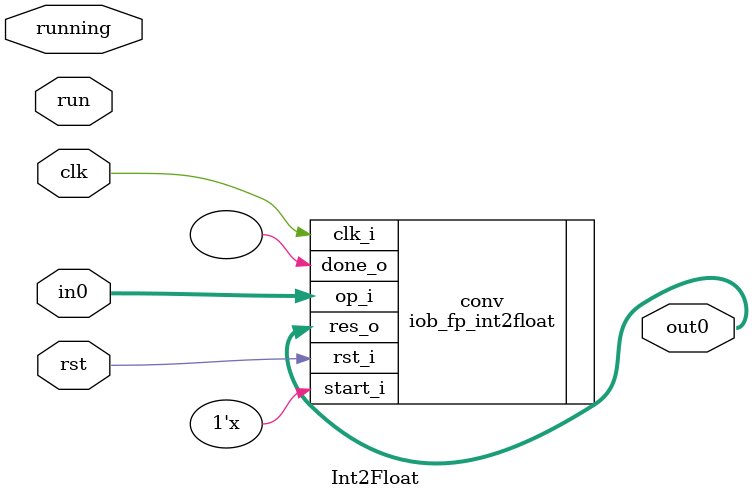
<source format=v>
`timescale 1ns / 1ps

module Int2Float #(
   parameter DATA_W = 32
) (
   //control
   input clk,
   input rst,

   input running,
   input run,

   //input / output data
   input [DATA_W-1:0] in0,

   (* versat_latency = 5 *) output [DATA_W-1:0] out0
);

   iob_fp_int2float conv (
      .clk_i(clk),
      .rst_i(rst),

      .start_i(1'bx),
      .done_o (),

      .op_i (in0),
      .res_o(out0)
   );

endmodule

</source>
